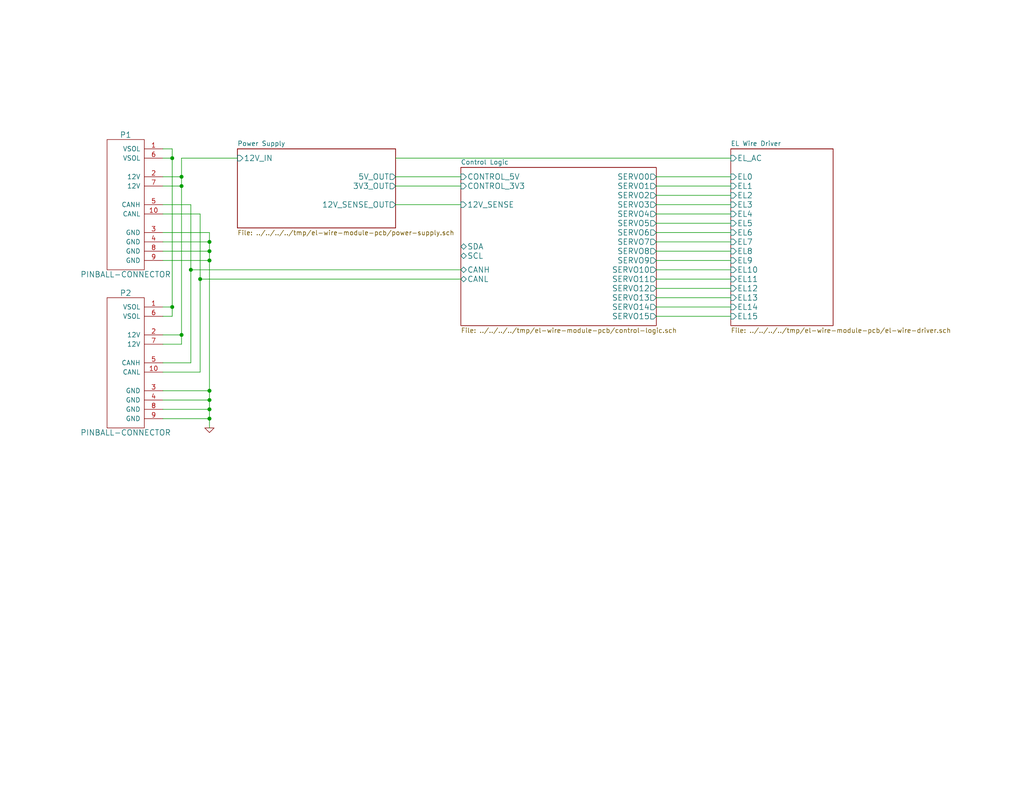
<source format=kicad_sch>
(kicad_sch (version 20230121) (generator eeschema)
  (paper "USLetter")
  (title_block (title "DIYPinball Servo Module") (date "Sunday, June 07, 2015") (rev "1.0") (company "DIYPinball.ca"))
  (lib_symbols
    (symbol "diypinball-parts:PINBALL-CONNECTOR" (pin_names (offset 1.016))
      (property "Reference" "P" (at 0 19.05 0))
      (property "Value" "PINBALL-CONNECTOR" (at 0 -19.05 0))
      (symbol "PINBALL-CONNECTOR_0_1"
        (rectangle (start 5.08 17.78) (end -5.08 -17.78))
      )
      (symbol "PINBALL-CONNECTOR_1_1"
        (pin power_in line (at 10.16 15.24 180) (length 5.08) (name "VSOL") (number "1"))
        (pin bidirectional line (at 10.16 -2.54 180) (length 5.08) (name "CANL") (number "10"))
        (pin power_in line (at 10.16 7.62 180) (length 5.08) (name "12V") (number "2"))
        (pin power_in line (at 10.16 -7.62 180) (length 5.08) (name "GND") (number "3"))
        (pin power_in line (at 10.16 -10.16 180) (length 5.08) (name "GND") (number "4"))
        (pin bidirectional line (at 10.16 0 180) (length 5.08) (name "CANH") (number "5"))
        (pin power_in line (at 10.16 12.7 180) (length 5.08) (name "VSOL") (number "6"))
        (pin power_in line (at 10.16 5.08 180) (length 5.08) (name "12V") (number "7"))
        (pin power_in line (at 10.16 -12.7 180) (length 5.08) (name "GND") (number "8"))
        (pin power_in line (at 10.16 -15.24 180) (length 5.08) (name "GND") (number "9"))
      )
    )
    (symbol "el-wire-module-pcb-v1-rescue:GND-RESCUE-servo-module-pcb-v1" (power) (pin_names (offset 0))
      (symbol "GND-RESCUE-servo-module-pcb-v1_0_1"
        (polyline (pts (xy -1.27 0) (xy 0 -1.27) (xy 1.27 0) (xy -1.27 0)))
      )
      (symbol "GND-RESCUE-servo-module-pcb-v1_1_1"
        (pin power_in line (at 0 0 90) (length 0) hide (name "GND") (number "1"))
      )
    )
  )
  (junction (at 52.07 73.66))
  (junction (at 57.15 66.04))
  (junction (at 57.15 111.76))
  (junction (at 54.61 76.2))
  (junction (at 46.99 83.82))
  (junction (at 57.15 71.12))
  (junction (at 46.99 43.18))
  (junction (at 57.15 68.58))
  (junction (at 57.15 109.22))
  (junction (at 49.53 48.26))
  (junction (at 57.15 106.68))
  (junction (at 57.15 114.3))
  (junction (at 49.53 50.8))
  (junction (at 49.53 91.44))
  (wire (pts (xy 57.15 111.76) (xy 57.15 114.3)))
  (wire (pts (xy 179.07 68.58) (xy 199.39 68.58)))
  (wire (pts (xy 57.15 63.5) (xy 44.45 63.5)))
  (wire (pts (xy 57.15 63.5) (xy 57.15 66.04)))
  (wire (pts (xy 44.45 71.12) (xy 57.15 71.12)))
  (wire (pts (xy 57.15 66.04) (xy 57.15 68.58)))
  (wire (pts (xy 49.53 48.26) (xy 44.45 48.26)))
  (wire (pts (xy 179.07 63.5) (xy 199.39 63.5)))
  (wire (pts (xy 44.45 40.64) (xy 46.99 40.64)))
  (wire (pts (xy 49.53 48.26) (xy 49.53 50.8)))
  (wire (pts (xy 44.45 111.76) (xy 57.15 111.76)))
  (wire (pts (xy 54.61 101.6) (xy 44.45 101.6)))
  (wire (pts (xy 54.61 58.42) (xy 44.45 58.42)))
  (wire (pts (xy 52.07 99.06) (xy 44.45 99.06)))
  (wire (pts (xy 107.95 55.88) (xy 125.73 55.88)))
  (wire (pts (xy 49.53 43.18) (xy 49.53 48.26)))
  (wire (pts (xy 199.39 86.36) (xy 179.07 86.36)))
  (wire (pts (xy 54.61 76.2) (xy 125.73 76.2)))
  (wire (pts (xy 57.15 71.12) (xy 57.15 106.68)))
  (wire (pts (xy 179.07 83.82) (xy 199.39 83.82)))
  (wire (pts (xy 57.15 68.58) (xy 57.15 71.12)))
  (wire (pts (xy 44.45 50.8) (xy 49.53 50.8)))
  (wire (pts (xy 49.53 43.18) (xy 64.77 43.18)))
  (wire (pts (xy 199.39 81.28) (xy 179.07 81.28)))
  (wire (pts (xy 199.39 76.2) (xy 179.07 76.2)))
  (wire (pts (xy 199.39 71.12) (xy 179.07 71.12)))
  (wire (pts (xy 57.15 106.68) (xy 57.15 109.22)))
  (wire (pts (xy 44.45 43.18) (xy 46.99 43.18)))
  (wire (pts (xy 199.39 58.42) (xy 179.07 58.42)))
  (wire (pts (xy 44.45 109.22) (xy 57.15 109.22)))
  (wire (pts (xy 49.53 50.8) (xy 49.53 91.44)))
  (wire (pts (xy 54.61 76.2) (xy 54.61 101.6)))
  (wire (pts (xy 44.45 66.04) (xy 57.15 66.04)))
  (wire (pts (xy 179.07 73.66) (xy 199.39 73.66)))
  (wire (pts (xy 46.99 83.82) (xy 46.99 86.36)))
  (wire (pts (xy 179.07 55.88) (xy 199.39 55.88)))
  (wire (pts (xy 54.61 58.42) (xy 54.61 76.2)))
  (wire (pts (xy 107.95 48.26) (xy 125.73 48.26)))
  (wire (pts (xy 107.95 50.8) (xy 125.73 50.8)))
  (wire (pts (xy 46.99 40.64) (xy 46.99 43.18)))
  (wire (pts (xy 52.07 73.66) (xy 125.73 73.66)))
  (wire (pts (xy 46.99 86.36) (xy 44.45 86.36)))
  (wire (pts (xy 49.53 91.44) (xy 44.45 91.44)))
  (wire (pts (xy 199.39 66.04) (xy 179.07 66.04)))
  (wire (pts (xy 179.07 50.8) (xy 199.39 50.8)))
  (wire (pts (xy 49.53 91.44) (xy 49.53 93.98)))
  (wire (pts (xy 199.39 53.34) (xy 179.07 53.34)))
  (wire (pts (xy 52.07 55.88) (xy 52.07 73.66)))
  (wire (pts (xy 52.07 73.66) (xy 52.07 99.06)))
  (wire (pts (xy 199.39 48.26) (xy 179.07 48.26)))
  (wire (pts (xy 57.15 109.22) (xy 57.15 111.76)))
  (wire (pts (xy 44.45 114.3) (xy 57.15 114.3)))
  (wire (pts (xy 44.45 68.58) (xy 57.15 68.58)))
  (wire (pts (xy 57.15 114.3) (xy 57.15 116.84)))
  (wire (pts (xy 179.07 78.74) (xy 199.39 78.74)))
  (wire (pts (xy 179.07 60.96) (xy 199.39 60.96)))
  (wire (pts (xy 44.45 55.88) (xy 52.07 55.88)))
  (wire (pts (xy 49.53 93.98) (xy 44.45 93.98)))
  (wire (pts (xy 44.45 83.82) (xy 46.99 83.82)))
  (wire (pts (xy 44.45 106.68) (xy 57.15 106.68)))
  (wire (pts (xy 46.99 43.18) (xy 46.99 83.82)))
  (wire (pts (xy 107.95 43.18) (xy 199.39 43.18)))
  (symbol (lib_id "el-wire-module-pcb-v1-rescue:GND-RESCUE-servo-module-pcb-v1") (at 57.15 116.84 0) (unit 1)
    (property "Reference" "#PWR1" (effects hide))
    (property "Value" "GND" (effects hide))
  )
  (symbol (lib_id "diypinball-parts:PINBALL-CONNECTOR") (at 34.29 55.88 0) (unit 1)
    (property "Reference" "P1" (at 34.29 36.83 0) (effects (font (size 1.524 1.524))))
    (property "Value" "PINBALL-CONNECTOR" (at 34.29 74.93 0) (effects (font (size 1.524 1.524))))
    (property "Footprint" "PinballParts:PINBALL-CONNECTOR-V" (effects hide))
  )
  (symbol (lib_id "diypinball-parts:PINBALL-CONNECTOR") (at 34.29 99.06 0) (unit 1)
    (property "Reference" "P2" (at 34.29 80.01 0) (effects (font (size 1.524 1.524))))
    (property "Value" "PINBALL-CONNECTOR" (at 34.29 118.11 0) (effects (font (size 1.524 1.524))))
    (property "Footprint" "PinballParts:PINBALL-CONNECTOR-V" (effects hide))
  )
  (sheet (at 64.77 40.64) (size 43.18 21.59)
    (property "Sheetname" "Power Supply" (at 64.77 39.9284 0) (effects (justify left bottom)))
    (property "Sheetfile" "../../../../tmp/el-wire-module-pcb/power-supply.sch" (at 64.77 62.8146 0) (effects (justify left top)))
    (pin "12V_IN" input (at 64.77 43.18 180) (effects (font (size 1.524 1.524))))
    (pin "5V_OUT" output (at 107.95 48.26 0) (effects (font (size 1.524 1.524))))
    (pin "3V3_OUT" output (at 107.95 50.8 0) (effects (font (size 1.524 1.524))))
    (pin "12V_SENSE_OUT" output (at 107.95 55.88 0) (effects (font (size 1.524 1.524))))
  )
  (sheet (at 199.39 40.64) (size 27.94 48.26)
    (property "Sheetname" "EL Wire Driver" (at 199.39 39.9284 0) (effects (justify left bottom)))
    (property "Sheetfile" "../../../../tmp/el-wire-module-pcb/el-wire-driver.sch" (at 199.39 89.4846 0) (effects (justify left top)))
    (pin "EL_AC" input (at 199.39 43.18 180) (effects (font (size 1.524 1.524))))
    (pin "EL3" input (at 199.39 55.88 180) (effects (font (size 1.524 1.524))))
    (pin "EL2" input (at 199.39 53.34 180) (effects (font (size 1.524 1.524))))
    (pin "EL1" input (at 199.39 50.8 180) (effects (font (size 1.524 1.524))))
    (pin "EL0" input (at 199.39 48.26 180) (effects (font (size 1.524 1.524))))
    (pin "EL4" input (at 199.39 58.42 180) (effects (font (size 1.524 1.524))))
    (pin "EL5" input (at 199.39 60.96 180) (effects (font (size 1.524 1.524))))
    (pin "EL6" input (at 199.39 63.5 180) (effects (font (size 1.524 1.524))))
    (pin "EL7" input (at 199.39 66.04 180) (effects (font (size 1.524 1.524))))
    (pin "EL11" input (at 199.39 76.2 180) (effects (font (size 1.524 1.524))))
    (pin "EL10" input (at 199.39 73.66 180) (effects (font (size 1.524 1.524))))
    (pin "EL9" input (at 199.39 71.12 180) (effects (font (size 1.524 1.524))))
    (pin "EL8" input (at 199.39 68.58 180) (effects (font (size 1.524 1.524))))
    (pin "EL12" input (at 199.39 78.74 180) (effects (font (size 1.524 1.524))))
    (pin "EL13" input (at 199.39 81.28 180) (effects (font (size 1.524 1.524))))
    (pin "EL14" input (at 199.39 83.82 180) (effects (font (size 1.524 1.524))))
    (pin "EL15" input (at 199.39 86.36 180) (effects (font (size 1.524 1.524))))
  )
  (sheet (at 125.73 45.72) (size 53.34 43.18)
    (property "Sheetname" "Control Logic" (at 125.73 45.0084 0) (effects (justify left bottom)))
    (property "Sheetfile" "../../../../tmp/el-wire-module-pcb/control-logic.sch" (at 125.73 89.4846 0) (effects (justify left top)))
    (pin "12V_SENSE" input (at 125.73 55.88 180) (effects (font (size 1.524 1.524))))
    (pin "CONTROL_5V" input (at 125.73 48.26 180) (effects (font (size 1.524 1.524))))
    (pin "CONTROL_3V3" input (at 125.73 50.8 180) (effects (font (size 1.524 1.524))))
    (pin "CANH" bidirectional (at 125.73 73.66 180) (effects (font (size 1.524 1.524))))
    (pin "CANL" bidirectional (at 125.73 76.2 180) (effects (font (size 1.524 1.524))))
    (pin "SDA" bidirectional (at 125.73 67.31 180) (effects (font (size 1.524 1.524))))
    (pin "SCL" bidirectional (at 125.73 69.85 180) (effects (font (size 1.524 1.524))))
    (pin "SERVO0" output (at 179.07 48.26 0) (effects (font (size 1.524 1.524))))
    (pin "SERVO1" output (at 179.07 50.8 0) (effects (font (size 1.524 1.524))))
    (pin "SERVO2" output (at 179.07 53.34 0) (effects (font (size 1.524 1.524))))
    (pin "SERVO3" output (at 179.07 55.88 0) (effects (font (size 1.524 1.524))))
    (pin "SERVO4" output (at 179.07 58.42 0) (effects (font (size 1.524 1.524))))
    (pin "SERVO5" output (at 179.07 60.96 0) (effects (font (size 1.524 1.524))))
    (pin "SERVO6" output (at 179.07 63.5 0) (effects (font (size 1.524 1.524))))
    (pin "SERVO7" output (at 179.07 66.04 0) (effects (font (size 1.524 1.524))))
    (pin "SERVO8" output (at 179.07 68.58 0) (effects (font (size 1.524 1.524))))
    (pin "SERVO9" output (at 179.07 71.12 0) (effects (font (size 1.524 1.524))))
    (pin "SERVO10" output (at 179.07 73.66 0) (effects (font (size 1.524 1.524))))
    (pin "SERVO11" output (at 179.07 76.2 0) (effects (font (size 1.524 1.524))))
    (pin "SERVO12" output (at 179.07 78.74 0) (effects (font (size 1.524 1.524))))
    (pin "SERVO13" output (at 179.07 81.28 0) (effects (font (size 1.524 1.524))))
    (pin "SERVO14" output (at 179.07 83.82 0) (effects (font (size 1.524 1.524))))
    (pin "SERVO15" output (at 179.07 86.36 0) (effects (font (size 1.524 1.524))))
  )
)
</source>
